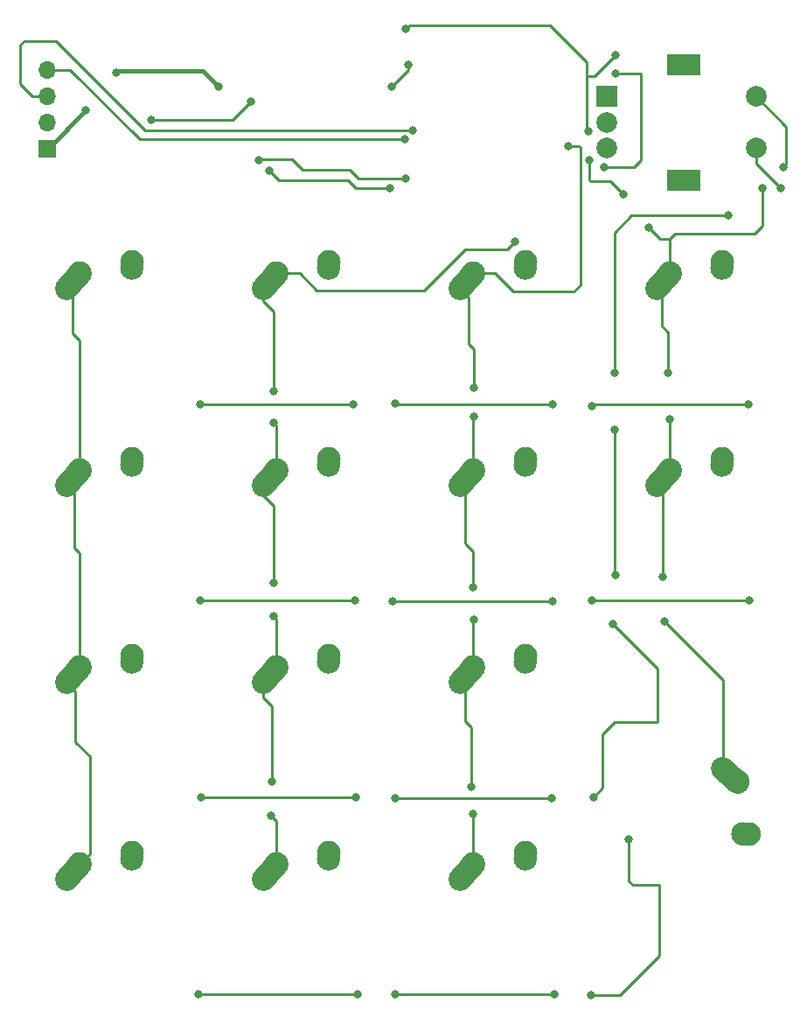
<source format=gbr>
G04 #@! TF.GenerationSoftware,KiCad,Pcbnew,(6.0.10)*
G04 #@! TF.CreationDate,2023-08-04T22:21:03-04:00*
G04 #@! TF.ProjectId,NugMacro-Keypad,4e75674d-6163-4726-9f2d-4b6579706164,rev?*
G04 #@! TF.SameCoordinates,Original*
G04 #@! TF.FileFunction,Copper,L1,Top*
G04 #@! TF.FilePolarity,Positive*
%FSLAX46Y46*%
G04 Gerber Fmt 4.6, Leading zero omitted, Abs format (unit mm)*
G04 Created by KiCad (PCBNEW (6.0.10)) date 2023-08-04 22:21:03*
%MOMM*%
%LPD*%
G01*
G04 APERTURE LIST*
G04 Aperture macros list*
%AMHorizOval*
0 Thick line with rounded ends*
0 $1 width*
0 $2 $3 position (X,Y) of the first rounded end (center of the circle)*
0 $4 $5 position (X,Y) of the second rounded end (center of the circle)*
0 Add line between two ends*
20,1,$1,$2,$3,$4,$5,0*
0 Add two circle primitives to create the rounded ends*
1,1,$1,$2,$3*
1,1,$1,$4,$5*%
G04 Aperture macros list end*
G04 #@! TA.AperFunction,ComponentPad*
%ADD10HorizOval,2.250000X0.020000X0.290000X-0.020000X-0.290000X0*%
G04 #@! TD*
G04 #@! TA.AperFunction,ComponentPad*
%ADD11C,2.250000*%
G04 #@! TD*
G04 #@! TA.AperFunction,ComponentPad*
%ADD12HorizOval,2.250000X0.655001X0.730000X-0.655001X-0.730000X0*%
G04 #@! TD*
G04 #@! TA.AperFunction,ComponentPad*
%ADD13C,2.000000*%
G04 #@! TD*
G04 #@! TA.AperFunction,ComponentPad*
%ADD14R,3.200000X2.000000*%
G04 #@! TD*
G04 #@! TA.AperFunction,ComponentPad*
%ADD15R,2.000000X2.000000*%
G04 #@! TD*
G04 #@! TA.AperFunction,ComponentPad*
%ADD16HorizOval,2.250000X0.290000X-0.020000X-0.290000X0.020000X0*%
G04 #@! TD*
G04 #@! TA.AperFunction,ComponentPad*
%ADD17HorizOval,2.250000X0.730000X-0.655001X-0.730000X0.655001X0*%
G04 #@! TD*
G04 #@! TA.AperFunction,ComponentPad*
%ADD18R,1.700000X1.700000*%
G04 #@! TD*
G04 #@! TA.AperFunction,ComponentPad*
%ADD19O,1.700000X1.700000*%
G04 #@! TD*
G04 #@! TA.AperFunction,ViaPad*
%ADD20C,0.800000*%
G04 #@! TD*
G04 #@! TA.AperFunction,Conductor*
%ADD21C,0.254000*%
G04 #@! TD*
G04 #@! TA.AperFunction,Conductor*
%ADD22C,0.381000*%
G04 #@! TD*
G04 APERTURE END LIST*
D10*
X87483035Y-98628930D03*
D11*
X87503035Y-98338930D03*
X82463035Y-99418930D03*
D12*
X81808036Y-100148930D03*
D10*
X30332965Y-79578930D03*
D11*
X30352965Y-79288930D03*
D12*
X24657966Y-81098930D03*
D11*
X25312965Y-80368930D03*
D10*
X49382935Y-117679030D03*
D11*
X49402935Y-117389030D03*
D12*
X43707936Y-119199030D03*
D11*
X44362935Y-118469030D03*
D10*
X87483035Y-79578930D03*
D11*
X87503035Y-79288930D03*
D12*
X81808036Y-81098930D03*
D11*
X82463035Y-80368930D03*
X49402935Y-136439070D03*
D10*
X49382935Y-136729070D03*
D12*
X43707936Y-138249070D03*
D11*
X44362935Y-137519070D03*
X68453035Y-98338930D03*
D10*
X68433035Y-98628930D03*
D11*
X63413035Y-99418930D03*
D12*
X62758036Y-100148930D03*
D10*
X30332965Y-98628930D03*
D11*
X30352965Y-98338930D03*
X25312965Y-99418930D03*
D12*
X24657966Y-100148930D03*
D11*
X68453035Y-136439070D03*
D10*
X68433035Y-136729070D03*
D11*
X63413035Y-137519070D03*
D12*
X62758036Y-138249070D03*
D11*
X68453035Y-117389030D03*
D10*
X68433035Y-117679030D03*
D12*
X62758036Y-119199030D03*
D11*
X63413035Y-118469030D03*
D13*
X90816000Y-63286000D03*
X90816000Y-68286000D03*
D14*
X83816000Y-71386000D03*
X83816000Y-60186000D03*
D13*
X76316000Y-65786000D03*
X76316000Y-68286000D03*
D15*
X76316000Y-63286000D03*
D11*
X90113450Y-134620000D03*
D16*
X89823450Y-134600000D03*
D11*
X89033450Y-129580000D03*
D17*
X88303450Y-128925001D03*
D10*
X30332965Y-117679030D03*
D11*
X30352965Y-117389030D03*
D12*
X24657966Y-119199030D03*
D11*
X25312965Y-118469030D03*
X30352965Y-136439070D03*
D10*
X30332965Y-136729070D03*
D11*
X25312965Y-137519070D03*
D12*
X24657966Y-138249070D03*
D18*
X22113181Y-68297935D03*
D19*
X22113181Y-65757935D03*
X22113181Y-63217935D03*
X22113181Y-60677935D03*
D10*
X49382935Y-98628930D03*
D11*
X49402935Y-98338930D03*
D12*
X43707936Y-100148930D03*
D11*
X44362935Y-99418930D03*
D10*
X49382935Y-79578930D03*
D11*
X49402935Y-79288930D03*
X44362935Y-80368930D03*
D12*
X43707936Y-81098930D03*
D10*
X68433035Y-79578930D03*
D11*
X68453035Y-79288930D03*
X63413035Y-80368930D03*
D12*
X62758036Y-81098930D03*
D20*
X56896000Y-56769000D03*
X57150000Y-60198000D03*
X55499000Y-62357000D03*
X32258000Y-65532000D03*
X41910000Y-63754000D03*
X28829000Y-60960000D03*
X38735000Y-62357000D03*
X25908000Y-64643000D03*
X67437000Y-77343000D03*
X77978000Y-72771000D03*
X74676000Y-69415500D03*
X80391000Y-75946000D03*
X72644000Y-68072000D03*
X55372000Y-72136000D03*
X43688000Y-70485000D03*
X56896000Y-71247000D03*
X42672000Y-69469000D03*
X57531000Y-66548000D03*
X56769000Y-67437000D03*
X77216000Y-61087000D03*
X76073000Y-70104000D03*
X74549000Y-66675000D03*
X77216000Y-59309000D03*
X93472000Y-70104000D03*
X91440000Y-72136000D03*
X82296000Y-90043000D03*
X82423000Y-94488000D03*
X81788000Y-109728000D03*
X81915000Y-114046000D03*
X63500000Y-91440000D03*
X63500000Y-94234000D03*
X63500000Y-113919000D03*
X63373000Y-110744000D03*
X63246000Y-130048000D03*
X63373000Y-132715000D03*
X43815000Y-132842000D03*
X43942000Y-129540000D03*
X44069000Y-113538000D03*
X44069000Y-110363000D03*
X44069000Y-94869000D03*
X44069000Y-91821000D03*
X77216000Y-109601000D03*
X77089000Y-90043000D03*
X77089000Y-95504000D03*
X88138000Y-74803000D03*
X76962000Y-114300000D03*
X75057000Y-131064000D03*
X93218000Y-72136000D03*
X51816000Y-93091000D03*
X36957000Y-93091000D03*
X55880000Y-92964000D03*
X71120000Y-93091000D03*
X74930000Y-93218000D03*
X90043000Y-93091000D03*
X51943000Y-112014000D03*
X36957000Y-112014000D03*
X71120000Y-112141000D03*
X55626000Y-112141000D03*
X90170000Y-112014000D03*
X74930000Y-112014000D03*
X36830000Y-150114000D03*
X52197000Y-150114000D03*
X55880000Y-150114000D03*
X71247000Y-150114000D03*
X74803000Y-150241000D03*
X78486000Y-135128000D03*
X37084000Y-131064000D03*
X52070000Y-131064000D03*
X55880000Y-131191000D03*
X70993000Y-131191000D03*
D21*
X74422000Y-59944000D02*
X74422000Y-62230000D01*
X70866000Y-56388000D02*
X74422000Y-59944000D01*
X74422000Y-62230000D02*
X74422000Y-66548000D01*
X74422000Y-61341000D02*
X74422000Y-62230000D01*
X57277000Y-56388000D02*
X70866000Y-56388000D01*
X56896000Y-56769000D02*
X57277000Y-56388000D01*
X55499000Y-62357000D02*
X57150000Y-60706000D01*
X57150000Y-60706000D02*
X57150000Y-60198000D01*
X40132000Y-65532000D02*
X32258000Y-65532000D01*
X41910000Y-63754000D02*
X40132000Y-65532000D01*
D22*
X28956000Y-60833000D02*
X28829000Y-60960000D01*
X38735000Y-62357000D02*
X37211000Y-60833000D01*
X37211000Y-60833000D02*
X28956000Y-60833000D01*
X22253065Y-68297935D02*
X25908000Y-64643000D01*
X22113181Y-68297935D02*
X22253065Y-68297935D01*
D21*
X66675000Y-78105000D02*
X67437000Y-77343000D01*
X62611000Y-78105000D02*
X66675000Y-78105000D01*
X58674000Y-82042000D02*
X62611000Y-78105000D01*
X48260000Y-82042000D02*
X58674000Y-82042000D01*
X46586930Y-80368930D02*
X48260000Y-82042000D01*
X44362935Y-80368930D02*
X46586930Y-80368930D01*
X74676000Y-71374000D02*
X74676000Y-69415500D01*
X74803000Y-71501000D02*
X74676000Y-71374000D01*
X77978000Y-72771000D02*
X76708000Y-71501000D01*
X76708000Y-71501000D02*
X74803000Y-71501000D01*
X73660000Y-68072000D02*
X72644000Y-68072000D01*
X73787000Y-68199000D02*
X73660000Y-68072000D01*
X73787000Y-81534000D02*
X73787000Y-68199000D01*
X67310000Y-82169000D02*
X73152000Y-82169000D01*
X65509930Y-80368930D02*
X67310000Y-82169000D01*
X73152000Y-82169000D02*
X73787000Y-81534000D01*
X63413035Y-80368930D02*
X65509930Y-80368930D01*
X81493965Y-77048965D02*
X80391000Y-75946000D01*
X82463035Y-77048965D02*
X81493965Y-77048965D01*
X51308000Y-71374000D02*
X52070000Y-72136000D01*
X44577000Y-71374000D02*
X51308000Y-71374000D01*
X43688000Y-70485000D02*
X44577000Y-71374000D01*
X52070000Y-72136000D02*
X55372000Y-72136000D01*
X22987000Y-57912000D02*
X31623000Y-66548000D01*
X19558000Y-58293000D02*
X19939000Y-57912000D01*
X19558000Y-62103000D02*
X19558000Y-58293000D01*
X19939000Y-57912000D02*
X22987000Y-57912000D01*
X31623000Y-66548000D02*
X57531000Y-66548000D01*
X20672935Y-63217935D02*
X19558000Y-62103000D01*
X22113181Y-63217935D02*
X20672935Y-63217935D01*
X43942000Y-122301000D02*
X43942000Y-129540000D01*
X43052935Y-119929030D02*
X43052935Y-121411935D01*
X43052935Y-121411935D02*
X43942000Y-122301000D01*
X82296000Y-86106000D02*
X81661000Y-85471000D01*
X81661000Y-85471000D02*
X81661000Y-82336895D01*
X82296000Y-90043000D02*
X82296000Y-86106000D01*
X81661000Y-82336895D02*
X81153035Y-81828930D01*
X24638000Y-82463965D02*
X24002965Y-81828930D01*
X24638000Y-86233000D02*
X24638000Y-82463965D01*
X25312965Y-99418930D02*
X25312965Y-86907965D01*
X25312965Y-86907965D02*
X24638000Y-86233000D01*
X45847000Y-69342000D02*
X42799000Y-69342000D01*
X51435000Y-70358000D02*
X46863000Y-70358000D01*
X46863000Y-70358000D02*
X45847000Y-69342000D01*
X42799000Y-69342000D02*
X42672000Y-69469000D01*
X52324000Y-71247000D02*
X51435000Y-70358000D01*
X56896000Y-71247000D02*
X52324000Y-71247000D01*
X31115000Y-67437000D02*
X56769000Y-67437000D01*
X24355935Y-60677935D02*
X31115000Y-67437000D01*
X22113181Y-60677935D02*
X24355935Y-60677935D01*
X78994000Y-70104000D02*
X79629000Y-69469000D01*
X79629000Y-61087000D02*
X77216000Y-61087000D01*
X76073000Y-70104000D02*
X78994000Y-70104000D01*
X79629000Y-69469000D02*
X79629000Y-61087000D01*
X74422000Y-66548000D02*
X74549000Y-66675000D01*
X75184000Y-61341000D02*
X74422000Y-61341000D01*
X77216000Y-59309000D02*
X75184000Y-61341000D01*
X82463035Y-77048965D02*
X82931000Y-76581000D01*
X82463035Y-80368930D02*
X82463035Y-77048965D01*
X90678000Y-76581000D02*
X82931000Y-76581000D01*
X93726000Y-66196000D02*
X93726000Y-69850000D01*
X93726000Y-69850000D02*
X93472000Y-70104000D01*
X91440000Y-72136000D02*
X91440000Y-75819000D01*
X91440000Y-75819000D02*
X90678000Y-76581000D01*
X90816000Y-63286000D02*
X93726000Y-66196000D01*
X82463035Y-99418930D02*
X82463035Y-94528035D01*
X82463035Y-94528035D02*
X82423000Y-94488000D01*
X81788000Y-101513895D02*
X81153035Y-100878930D01*
X87573450Y-119704450D02*
X81915000Y-114046000D01*
X81788000Y-109728000D02*
X81788000Y-101513895D01*
X87573450Y-128270000D02*
X87573450Y-119704450D01*
X62992000Y-82717895D02*
X62103035Y-81828930D01*
X62992000Y-87249000D02*
X62992000Y-82717895D01*
X63500000Y-87757000D02*
X62992000Y-87249000D01*
X63500000Y-91440000D02*
X63500000Y-87757000D01*
X63413035Y-94320965D02*
X63500000Y-94234000D01*
X63413035Y-99418930D02*
X63413035Y-94320965D01*
X62611000Y-101386895D02*
X62103035Y-100878930D01*
X62611000Y-106553000D02*
X62611000Y-101386895D01*
X63373000Y-107315000D02*
X62611000Y-106553000D01*
X63413035Y-114005965D02*
X63500000Y-113919000D01*
X63413035Y-118469030D02*
X63413035Y-114005965D01*
X63373000Y-110744000D02*
X63373000Y-107315000D01*
X62611000Y-120436995D02*
X62103035Y-119929030D01*
X62611000Y-123698000D02*
X62611000Y-120436995D01*
X63246000Y-124333000D02*
X62611000Y-123698000D01*
X63246000Y-130048000D02*
X63246000Y-124333000D01*
X63413035Y-137519070D02*
X63413035Y-132755035D01*
X63413035Y-132755035D02*
X63373000Y-132715000D01*
X44362935Y-133389935D02*
X44362935Y-137519070D01*
X43815000Y-132842000D02*
X44362935Y-133389935D01*
X44362935Y-113831935D02*
X44069000Y-113538000D01*
X44362935Y-118469030D02*
X44362935Y-113831935D01*
X44069000Y-102870000D02*
X44069000Y-110363000D01*
X43052935Y-101853935D02*
X44069000Y-102870000D01*
X43052935Y-100878930D02*
X43052935Y-101853935D01*
X44362935Y-95162935D02*
X44362935Y-99418930D01*
X44069000Y-94869000D02*
X44362935Y-95162935D01*
X44069000Y-84074000D02*
X44069000Y-91821000D01*
X43052935Y-83057935D02*
X44069000Y-84074000D01*
X43052935Y-81828930D02*
X43052935Y-83057935D01*
X24765000Y-101640965D02*
X24002965Y-100878930D01*
X24765000Y-106934000D02*
X24765000Y-101640965D01*
X25312965Y-107481965D02*
X24765000Y-106934000D01*
X25312965Y-118469030D02*
X25312965Y-107481965D01*
X24892000Y-120818065D02*
X24002965Y-119929030D01*
X24892000Y-125730000D02*
X24892000Y-120818065D01*
X26289000Y-136543035D02*
X26289000Y-127127000D01*
X25312965Y-137519070D02*
X26289000Y-136543035D01*
X26289000Y-127127000D02*
X24892000Y-125730000D01*
X77089000Y-109474000D02*
X77216000Y-109601000D01*
X77089000Y-95504000D02*
X77089000Y-109474000D01*
X77089000Y-76454000D02*
X77089000Y-90043000D01*
X78740000Y-74803000D02*
X77089000Y-76454000D01*
X88138000Y-74803000D02*
X78740000Y-74803000D01*
X81280000Y-123825000D02*
X81280000Y-118618000D01*
X77089000Y-123825000D02*
X81280000Y-123825000D01*
X75946000Y-124968000D02*
X77089000Y-123825000D01*
X81280000Y-118618000D02*
X76962000Y-114300000D01*
X75946000Y-130175000D02*
X75946000Y-124968000D01*
X75057000Y-131064000D02*
X75946000Y-130175000D01*
X90816000Y-69734000D02*
X93218000Y-72136000D01*
X90816000Y-68286000D02*
X90816000Y-69734000D01*
X51816000Y-93091000D02*
X36957000Y-93091000D01*
X56007000Y-93091000D02*
X55880000Y-92964000D01*
X71120000Y-93091000D02*
X56007000Y-93091000D01*
X75057000Y-93091000D02*
X74930000Y-93218000D01*
X90043000Y-93091000D02*
X75057000Y-93091000D01*
X51943000Y-112014000D02*
X36957000Y-112014000D01*
X71120000Y-112141000D02*
X55626000Y-112141000D01*
X90170000Y-112014000D02*
X74930000Y-112014000D01*
X52197000Y-150114000D02*
X36830000Y-150114000D01*
X71247000Y-150114000D02*
X55880000Y-150114000D01*
X77597000Y-150241000D02*
X74803000Y-150241000D01*
X77597000Y-150241000D02*
X81407000Y-146431000D01*
X78867000Y-139573000D02*
X81407000Y-139573000D01*
X78486000Y-135128000D02*
X78486000Y-139192000D01*
X78486000Y-139192000D02*
X78867000Y-139573000D01*
X81407000Y-139573000D02*
X81407000Y-146431000D01*
X52070000Y-131064000D02*
X37084000Y-131064000D01*
X70993000Y-131191000D02*
X55880000Y-131191000D01*
M02*

</source>
